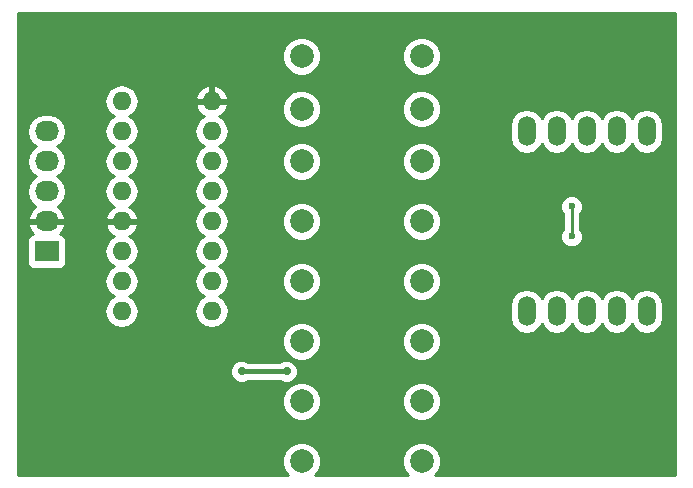
<source format=gbl>
G04 #@! TF.FileFunction,Copper,L2,Bot,Signal*
%FSLAX46Y46*%
G04 Gerber Fmt 4.6, Leading zero omitted, Abs format (unit mm)*
G04 Created by KiCad (PCBNEW 4.0.1-stable) date 2016 September 03, Saturday 14:10:29*
%MOMM*%
G01*
G04 APERTURE LIST*
%ADD10C,0.100000*%
%ADD11R,2.032000X1.727200*%
%ADD12O,2.032000X1.727200*%
%ADD13C,1.998980*%
%ADD14O,1.524000X2.524000*%
%ADD15O,1.600000X1.600000*%
%ADD16C,0.700000*%
%ADD17C,0.600000*%
%ADD18C,0.400000*%
%ADD19C,0.250000*%
%ADD20C,0.254000*%
G04 APERTURE END LIST*
D10*
D11*
X113030000Y-106680000D03*
D12*
X113030000Y-104140000D03*
X113030000Y-101600000D03*
X113030000Y-99060000D03*
X113030000Y-96520000D03*
D13*
X134620000Y-90170000D03*
X144780000Y-90170000D03*
X134620000Y-94615000D03*
X144780000Y-94615000D03*
X134620000Y-99060000D03*
X144780000Y-99060000D03*
X134620000Y-109220000D03*
X144780000Y-109220000D03*
X134620000Y-114300000D03*
X144780000Y-114300000D03*
X134620000Y-119380000D03*
X144780000Y-119380000D03*
X134620000Y-124460000D03*
X144780000Y-124460000D03*
X134620000Y-104140000D03*
X144780000Y-104140000D03*
D14*
X153670000Y-111760000D03*
X156210000Y-111760000D03*
X158750000Y-111760000D03*
X161290000Y-111760000D03*
X163830000Y-111760000D03*
X163830000Y-96520000D03*
X161290000Y-96520000D03*
X158750000Y-96520000D03*
X156210000Y-96520000D03*
X153670000Y-96520000D03*
D15*
X127000000Y-111760000D03*
X127000000Y-109220000D03*
X127000000Y-106680000D03*
X127000000Y-104140000D03*
X127000000Y-101600000D03*
X127000000Y-99060000D03*
X127000000Y-96520000D03*
X127000000Y-93980000D03*
X119380000Y-93980000D03*
X119380000Y-96520000D03*
X119380000Y-99060000D03*
X119380000Y-101600000D03*
X119380000Y-104140000D03*
X119380000Y-106680000D03*
X119380000Y-109220000D03*
X119380000Y-111760000D03*
D16*
X129540000Y-116840000D03*
X133350000Y-116840000D03*
D17*
X157480000Y-105410000D03*
X157480000Y-102870000D03*
D18*
X133350000Y-116840000D02*
X129540000Y-116840000D01*
X127000000Y-93980000D02*
X124460000Y-93980000D01*
X121920000Y-104140000D02*
X119380000Y-104140000D01*
X123190000Y-102870000D02*
X121920000Y-104140000D01*
X123190000Y-95250000D02*
X123190000Y-102870000D01*
X124460000Y-93980000D02*
X123190000Y-95250000D01*
X119380000Y-104140000D02*
X113030000Y-104140000D01*
D19*
X157480000Y-102870000D02*
X157480000Y-105410000D01*
D20*
G36*
X166243000Y-125603000D02*
X145948542Y-125603000D01*
X146164846Y-125387073D01*
X146414206Y-124786547D01*
X146414774Y-124136306D01*
X146166462Y-123535345D01*
X145707073Y-123075154D01*
X145106547Y-122825794D01*
X144456306Y-122825226D01*
X143855345Y-123073538D01*
X143395154Y-123532927D01*
X143145794Y-124133453D01*
X143145226Y-124783694D01*
X143393538Y-125384655D01*
X143611502Y-125603000D01*
X135788542Y-125603000D01*
X136004846Y-125387073D01*
X136254206Y-124786547D01*
X136254774Y-124136306D01*
X136006462Y-123535345D01*
X135547073Y-123075154D01*
X134946547Y-122825794D01*
X134296306Y-122825226D01*
X133695345Y-123073538D01*
X133235154Y-123532927D01*
X132985794Y-124133453D01*
X132985226Y-124783694D01*
X133233538Y-125384655D01*
X133451502Y-125603000D01*
X110617000Y-125603000D01*
X110617000Y-119703694D01*
X132985226Y-119703694D01*
X133233538Y-120304655D01*
X133692927Y-120764846D01*
X134293453Y-121014206D01*
X134943694Y-121014774D01*
X135544655Y-120766462D01*
X136004846Y-120307073D01*
X136254206Y-119706547D01*
X136254208Y-119703694D01*
X143145226Y-119703694D01*
X143393538Y-120304655D01*
X143852927Y-120764846D01*
X144453453Y-121014206D01*
X145103694Y-121014774D01*
X145704655Y-120766462D01*
X146164846Y-120307073D01*
X146414206Y-119706547D01*
X146414774Y-119056306D01*
X146166462Y-118455345D01*
X145707073Y-117995154D01*
X145106547Y-117745794D01*
X144456306Y-117745226D01*
X143855345Y-117993538D01*
X143395154Y-118452927D01*
X143145794Y-119053453D01*
X143145226Y-119703694D01*
X136254208Y-119703694D01*
X136254774Y-119056306D01*
X136006462Y-118455345D01*
X135547073Y-117995154D01*
X134946547Y-117745794D01*
X134296306Y-117745226D01*
X133695345Y-117993538D01*
X133235154Y-118452927D01*
X132985794Y-119053453D01*
X132985226Y-119703694D01*
X110617000Y-119703694D01*
X110617000Y-117035069D01*
X128554830Y-117035069D01*
X128704471Y-117397229D01*
X128981314Y-117674555D01*
X129343212Y-117824828D01*
X129735069Y-117825170D01*
X130097229Y-117675529D01*
X130097759Y-117675000D01*
X132792386Y-117675000D01*
X133153212Y-117824828D01*
X133545069Y-117825170D01*
X133907229Y-117675529D01*
X134184555Y-117398686D01*
X134334828Y-117036788D01*
X134335170Y-116644931D01*
X134185529Y-116282771D01*
X133908686Y-116005445D01*
X133546788Y-115855172D01*
X133154931Y-115854830D01*
X132792771Y-116004471D01*
X132792241Y-116005000D01*
X130097614Y-116005000D01*
X129736788Y-115855172D01*
X129344931Y-115854830D01*
X128982771Y-116004471D01*
X128705445Y-116281314D01*
X128555172Y-116643212D01*
X128554830Y-117035069D01*
X110617000Y-117035069D01*
X110617000Y-114623694D01*
X132985226Y-114623694D01*
X133233538Y-115224655D01*
X133692927Y-115684846D01*
X134293453Y-115934206D01*
X134943694Y-115934774D01*
X135544655Y-115686462D01*
X136004846Y-115227073D01*
X136254206Y-114626547D01*
X136254208Y-114623694D01*
X143145226Y-114623694D01*
X143393538Y-115224655D01*
X143852927Y-115684846D01*
X144453453Y-115934206D01*
X145103694Y-115934774D01*
X145704655Y-115686462D01*
X146164846Y-115227073D01*
X146414206Y-114626547D01*
X146414774Y-113976306D01*
X146166462Y-113375345D01*
X145707073Y-112915154D01*
X145106547Y-112665794D01*
X144456306Y-112665226D01*
X143855345Y-112913538D01*
X143395154Y-113372927D01*
X143145794Y-113973453D01*
X143145226Y-114623694D01*
X136254208Y-114623694D01*
X136254774Y-113976306D01*
X136006462Y-113375345D01*
X135547073Y-112915154D01*
X134946547Y-112665794D01*
X134296306Y-112665226D01*
X133695345Y-112913538D01*
X133235154Y-113372927D01*
X132985794Y-113973453D01*
X132985226Y-114623694D01*
X110617000Y-114623694D01*
X110617000Y-105816400D01*
X111366560Y-105816400D01*
X111366560Y-107543600D01*
X111410838Y-107778917D01*
X111549910Y-107995041D01*
X111762110Y-108140031D01*
X112014000Y-108191040D01*
X114046000Y-108191040D01*
X114281317Y-108146762D01*
X114497441Y-108007690D01*
X114642431Y-107795490D01*
X114693440Y-107543600D01*
X114693440Y-106680000D01*
X117916887Y-106680000D01*
X118026120Y-107229151D01*
X118337189Y-107694698D01*
X118719275Y-107950000D01*
X118337189Y-108205302D01*
X118026120Y-108670849D01*
X117916887Y-109220000D01*
X118026120Y-109769151D01*
X118337189Y-110234698D01*
X118719275Y-110490000D01*
X118337189Y-110745302D01*
X118026120Y-111210849D01*
X117916887Y-111760000D01*
X118026120Y-112309151D01*
X118337189Y-112774698D01*
X118802736Y-113085767D01*
X119351887Y-113195000D01*
X119408113Y-113195000D01*
X119957264Y-113085767D01*
X120422811Y-112774698D01*
X120733880Y-112309151D01*
X120843113Y-111760000D01*
X120733880Y-111210849D01*
X120422811Y-110745302D01*
X120040725Y-110490000D01*
X120422811Y-110234698D01*
X120733880Y-109769151D01*
X120843113Y-109220000D01*
X120733880Y-108670849D01*
X120422811Y-108205302D01*
X120040725Y-107950000D01*
X120422811Y-107694698D01*
X120733880Y-107229151D01*
X120843113Y-106680000D01*
X120733880Y-106130849D01*
X120422811Y-105665302D01*
X120018297Y-105395014D01*
X120235134Y-105292389D01*
X120611041Y-104877423D01*
X120771904Y-104489039D01*
X120649915Y-104267000D01*
X119507000Y-104267000D01*
X119507000Y-104287000D01*
X119253000Y-104287000D01*
X119253000Y-104267000D01*
X118110085Y-104267000D01*
X117988096Y-104489039D01*
X118148959Y-104877423D01*
X118524866Y-105292389D01*
X118741703Y-105395014D01*
X118337189Y-105665302D01*
X118026120Y-106130849D01*
X117916887Y-106680000D01*
X114693440Y-106680000D01*
X114693440Y-105816400D01*
X114649162Y-105581083D01*
X114510090Y-105364959D01*
X114297890Y-105219969D01*
X114203073Y-105200768D01*
X114380732Y-105042036D01*
X114634709Y-104514791D01*
X114637358Y-104499026D01*
X114516217Y-104267000D01*
X113157000Y-104267000D01*
X113157000Y-104287000D01*
X112903000Y-104287000D01*
X112903000Y-104267000D01*
X111543783Y-104267000D01*
X111422642Y-104499026D01*
X111425291Y-104514791D01*
X111679268Y-105042036D01*
X111854845Y-105198907D01*
X111778683Y-105213238D01*
X111562559Y-105352310D01*
X111417569Y-105564510D01*
X111366560Y-105816400D01*
X110617000Y-105816400D01*
X110617000Y-96520000D01*
X111346655Y-96520000D01*
X111460729Y-97093489D01*
X111785585Y-97579670D01*
X112100366Y-97790000D01*
X111785585Y-98000330D01*
X111460729Y-98486511D01*
X111346655Y-99060000D01*
X111460729Y-99633489D01*
X111785585Y-100119670D01*
X112100366Y-100330000D01*
X111785585Y-100540330D01*
X111460729Y-101026511D01*
X111346655Y-101600000D01*
X111460729Y-102173489D01*
X111785585Y-102659670D01*
X112095069Y-102866461D01*
X111679268Y-103237964D01*
X111425291Y-103765209D01*
X111422642Y-103780974D01*
X111543783Y-104013000D01*
X112903000Y-104013000D01*
X112903000Y-103993000D01*
X113157000Y-103993000D01*
X113157000Y-104013000D01*
X114516217Y-104013000D01*
X114637358Y-103780974D01*
X114634709Y-103765209D01*
X114380732Y-103237964D01*
X113964931Y-102866461D01*
X114274415Y-102659670D01*
X114599271Y-102173489D01*
X114713345Y-101600000D01*
X114599271Y-101026511D01*
X114274415Y-100540330D01*
X113959634Y-100330000D01*
X114274415Y-100119670D01*
X114599271Y-99633489D01*
X114713345Y-99060000D01*
X114599271Y-98486511D01*
X114274415Y-98000330D01*
X113959634Y-97790000D01*
X114274415Y-97579670D01*
X114599271Y-97093489D01*
X114713345Y-96520000D01*
X114599271Y-95946511D01*
X114274415Y-95460330D01*
X113788234Y-95135474D01*
X113214745Y-95021400D01*
X112845255Y-95021400D01*
X112271766Y-95135474D01*
X111785585Y-95460330D01*
X111460729Y-95946511D01*
X111346655Y-96520000D01*
X110617000Y-96520000D01*
X110617000Y-93980000D01*
X117916887Y-93980000D01*
X118026120Y-94529151D01*
X118337189Y-94994698D01*
X118719275Y-95250000D01*
X118337189Y-95505302D01*
X118026120Y-95970849D01*
X117916887Y-96520000D01*
X118026120Y-97069151D01*
X118337189Y-97534698D01*
X118719275Y-97790000D01*
X118337189Y-98045302D01*
X118026120Y-98510849D01*
X117916887Y-99060000D01*
X118026120Y-99609151D01*
X118337189Y-100074698D01*
X118719275Y-100330000D01*
X118337189Y-100585302D01*
X118026120Y-101050849D01*
X117916887Y-101600000D01*
X118026120Y-102149151D01*
X118337189Y-102614698D01*
X118741703Y-102884986D01*
X118524866Y-102987611D01*
X118148959Y-103402577D01*
X117988096Y-103790961D01*
X118110085Y-104013000D01*
X119253000Y-104013000D01*
X119253000Y-103993000D01*
X119507000Y-103993000D01*
X119507000Y-104013000D01*
X120649915Y-104013000D01*
X120771904Y-103790961D01*
X120611041Y-103402577D01*
X120235134Y-102987611D01*
X120018297Y-102884986D01*
X120422811Y-102614698D01*
X120733880Y-102149151D01*
X120843113Y-101600000D01*
X120733880Y-101050849D01*
X120422811Y-100585302D01*
X120040725Y-100330000D01*
X120422811Y-100074698D01*
X120733880Y-99609151D01*
X120843113Y-99060000D01*
X120733880Y-98510849D01*
X120422811Y-98045302D01*
X120040725Y-97790000D01*
X120422811Y-97534698D01*
X120733880Y-97069151D01*
X120843113Y-96520000D01*
X125536887Y-96520000D01*
X125646120Y-97069151D01*
X125957189Y-97534698D01*
X126339275Y-97790000D01*
X125957189Y-98045302D01*
X125646120Y-98510849D01*
X125536887Y-99060000D01*
X125646120Y-99609151D01*
X125957189Y-100074698D01*
X126339275Y-100330000D01*
X125957189Y-100585302D01*
X125646120Y-101050849D01*
X125536887Y-101600000D01*
X125646120Y-102149151D01*
X125957189Y-102614698D01*
X126339275Y-102870000D01*
X125957189Y-103125302D01*
X125646120Y-103590849D01*
X125536887Y-104140000D01*
X125646120Y-104689151D01*
X125957189Y-105154698D01*
X126339275Y-105410000D01*
X125957189Y-105665302D01*
X125646120Y-106130849D01*
X125536887Y-106680000D01*
X125646120Y-107229151D01*
X125957189Y-107694698D01*
X126339275Y-107950000D01*
X125957189Y-108205302D01*
X125646120Y-108670849D01*
X125536887Y-109220000D01*
X125646120Y-109769151D01*
X125957189Y-110234698D01*
X126339275Y-110490000D01*
X125957189Y-110745302D01*
X125646120Y-111210849D01*
X125536887Y-111760000D01*
X125646120Y-112309151D01*
X125957189Y-112774698D01*
X126422736Y-113085767D01*
X126971887Y-113195000D01*
X127028113Y-113195000D01*
X127577264Y-113085767D01*
X128042811Y-112774698D01*
X128353880Y-112309151D01*
X128463113Y-111760000D01*
X128356265Y-111222836D01*
X152273000Y-111222836D01*
X152273000Y-112297164D01*
X152379340Y-112831773D01*
X152682172Y-113284992D01*
X153135391Y-113587824D01*
X153670000Y-113694164D01*
X154204609Y-113587824D01*
X154657828Y-113284992D01*
X154940000Y-112862693D01*
X155222172Y-113284992D01*
X155675391Y-113587824D01*
X156210000Y-113694164D01*
X156744609Y-113587824D01*
X157197828Y-113284992D01*
X157480000Y-112862693D01*
X157762172Y-113284992D01*
X158215391Y-113587824D01*
X158750000Y-113694164D01*
X159284609Y-113587824D01*
X159737828Y-113284992D01*
X160020000Y-112862693D01*
X160302172Y-113284992D01*
X160755391Y-113587824D01*
X161290000Y-113694164D01*
X161824609Y-113587824D01*
X162277828Y-113284992D01*
X162560000Y-112862693D01*
X162842172Y-113284992D01*
X163295391Y-113587824D01*
X163830000Y-113694164D01*
X164364609Y-113587824D01*
X164817828Y-113284992D01*
X165120660Y-112831773D01*
X165227000Y-112297164D01*
X165227000Y-111222836D01*
X165120660Y-110688227D01*
X164817828Y-110235008D01*
X164364609Y-109932176D01*
X163830000Y-109825836D01*
X163295391Y-109932176D01*
X162842172Y-110235008D01*
X162560000Y-110657307D01*
X162277828Y-110235008D01*
X161824609Y-109932176D01*
X161290000Y-109825836D01*
X160755391Y-109932176D01*
X160302172Y-110235008D01*
X160020000Y-110657307D01*
X159737828Y-110235008D01*
X159284609Y-109932176D01*
X158750000Y-109825836D01*
X158215391Y-109932176D01*
X157762172Y-110235008D01*
X157480000Y-110657307D01*
X157197828Y-110235008D01*
X156744609Y-109932176D01*
X156210000Y-109825836D01*
X155675391Y-109932176D01*
X155222172Y-110235008D01*
X154940000Y-110657307D01*
X154657828Y-110235008D01*
X154204609Y-109932176D01*
X153670000Y-109825836D01*
X153135391Y-109932176D01*
X152682172Y-110235008D01*
X152379340Y-110688227D01*
X152273000Y-111222836D01*
X128356265Y-111222836D01*
X128353880Y-111210849D01*
X128042811Y-110745302D01*
X127660725Y-110490000D01*
X128042811Y-110234698D01*
X128353880Y-109769151D01*
X128398726Y-109543694D01*
X132985226Y-109543694D01*
X133233538Y-110144655D01*
X133692927Y-110604846D01*
X134293453Y-110854206D01*
X134943694Y-110854774D01*
X135544655Y-110606462D01*
X136004846Y-110147073D01*
X136254206Y-109546547D01*
X136254208Y-109543694D01*
X143145226Y-109543694D01*
X143393538Y-110144655D01*
X143852927Y-110604846D01*
X144453453Y-110854206D01*
X145103694Y-110854774D01*
X145704655Y-110606462D01*
X146164846Y-110147073D01*
X146414206Y-109546547D01*
X146414774Y-108896306D01*
X146166462Y-108295345D01*
X145707073Y-107835154D01*
X145106547Y-107585794D01*
X144456306Y-107585226D01*
X143855345Y-107833538D01*
X143395154Y-108292927D01*
X143145794Y-108893453D01*
X143145226Y-109543694D01*
X136254208Y-109543694D01*
X136254774Y-108896306D01*
X136006462Y-108295345D01*
X135547073Y-107835154D01*
X134946547Y-107585794D01*
X134296306Y-107585226D01*
X133695345Y-107833538D01*
X133235154Y-108292927D01*
X132985794Y-108893453D01*
X132985226Y-109543694D01*
X128398726Y-109543694D01*
X128463113Y-109220000D01*
X128353880Y-108670849D01*
X128042811Y-108205302D01*
X127660725Y-107950000D01*
X128042811Y-107694698D01*
X128353880Y-107229151D01*
X128463113Y-106680000D01*
X128353880Y-106130849D01*
X128042811Y-105665302D01*
X127660725Y-105410000D01*
X128042811Y-105154698D01*
X128353880Y-104689151D01*
X128398726Y-104463694D01*
X132985226Y-104463694D01*
X133233538Y-105064655D01*
X133692927Y-105524846D01*
X134293453Y-105774206D01*
X134943694Y-105774774D01*
X135544655Y-105526462D01*
X136004846Y-105067073D01*
X136254206Y-104466547D01*
X136254208Y-104463694D01*
X143145226Y-104463694D01*
X143393538Y-105064655D01*
X143852927Y-105524846D01*
X144453453Y-105774206D01*
X145103694Y-105774774D01*
X145704655Y-105526462D01*
X146164846Y-105067073D01*
X146414206Y-104466547D01*
X146414774Y-103816306D01*
X146166462Y-103215345D01*
X146006564Y-103055167D01*
X156544838Y-103055167D01*
X156686883Y-103398943D01*
X156720000Y-103432118D01*
X156720000Y-104847537D01*
X156687808Y-104879673D01*
X156545162Y-105223201D01*
X156544838Y-105595167D01*
X156686883Y-105938943D01*
X156949673Y-106202192D01*
X157293201Y-106344838D01*
X157665167Y-106345162D01*
X158008943Y-106203117D01*
X158272192Y-105940327D01*
X158414838Y-105596799D01*
X158415162Y-105224833D01*
X158273117Y-104881057D01*
X158240000Y-104847882D01*
X158240000Y-103432463D01*
X158272192Y-103400327D01*
X158414838Y-103056799D01*
X158415162Y-102684833D01*
X158273117Y-102341057D01*
X158010327Y-102077808D01*
X157666799Y-101935162D01*
X157294833Y-101934838D01*
X156951057Y-102076883D01*
X156687808Y-102339673D01*
X156545162Y-102683201D01*
X156544838Y-103055167D01*
X146006564Y-103055167D01*
X145707073Y-102755154D01*
X145106547Y-102505794D01*
X144456306Y-102505226D01*
X143855345Y-102753538D01*
X143395154Y-103212927D01*
X143145794Y-103813453D01*
X143145226Y-104463694D01*
X136254208Y-104463694D01*
X136254774Y-103816306D01*
X136006462Y-103215345D01*
X135547073Y-102755154D01*
X134946547Y-102505794D01*
X134296306Y-102505226D01*
X133695345Y-102753538D01*
X133235154Y-103212927D01*
X132985794Y-103813453D01*
X132985226Y-104463694D01*
X128398726Y-104463694D01*
X128463113Y-104140000D01*
X128353880Y-103590849D01*
X128042811Y-103125302D01*
X127660725Y-102870000D01*
X128042811Y-102614698D01*
X128353880Y-102149151D01*
X128463113Y-101600000D01*
X128353880Y-101050849D01*
X128042811Y-100585302D01*
X127660725Y-100330000D01*
X128042811Y-100074698D01*
X128353880Y-99609151D01*
X128398726Y-99383694D01*
X132985226Y-99383694D01*
X133233538Y-99984655D01*
X133692927Y-100444846D01*
X134293453Y-100694206D01*
X134943694Y-100694774D01*
X135544655Y-100446462D01*
X136004846Y-99987073D01*
X136254206Y-99386547D01*
X136254208Y-99383694D01*
X143145226Y-99383694D01*
X143393538Y-99984655D01*
X143852927Y-100444846D01*
X144453453Y-100694206D01*
X145103694Y-100694774D01*
X145704655Y-100446462D01*
X146164846Y-99987073D01*
X146414206Y-99386547D01*
X146414774Y-98736306D01*
X146166462Y-98135345D01*
X145707073Y-97675154D01*
X145106547Y-97425794D01*
X144456306Y-97425226D01*
X143855345Y-97673538D01*
X143395154Y-98132927D01*
X143145794Y-98733453D01*
X143145226Y-99383694D01*
X136254208Y-99383694D01*
X136254774Y-98736306D01*
X136006462Y-98135345D01*
X135547073Y-97675154D01*
X134946547Y-97425794D01*
X134296306Y-97425226D01*
X133695345Y-97673538D01*
X133235154Y-98132927D01*
X132985794Y-98733453D01*
X132985226Y-99383694D01*
X128398726Y-99383694D01*
X128463113Y-99060000D01*
X128353880Y-98510849D01*
X128042811Y-98045302D01*
X127660725Y-97790000D01*
X128042811Y-97534698D01*
X128353880Y-97069151D01*
X128463113Y-96520000D01*
X128353880Y-95970849D01*
X128042811Y-95505302D01*
X127638297Y-95235014D01*
X127855134Y-95132389D01*
X128030597Y-94938694D01*
X132985226Y-94938694D01*
X133233538Y-95539655D01*
X133692927Y-95999846D01*
X134293453Y-96249206D01*
X134943694Y-96249774D01*
X135544655Y-96001462D01*
X136004846Y-95542073D01*
X136254206Y-94941547D01*
X136254208Y-94938694D01*
X143145226Y-94938694D01*
X143393538Y-95539655D01*
X143852927Y-95999846D01*
X144453453Y-96249206D01*
X145103694Y-96249774D01*
X145704655Y-96001462D01*
X145723313Y-95982836D01*
X152273000Y-95982836D01*
X152273000Y-97057164D01*
X152379340Y-97591773D01*
X152682172Y-98044992D01*
X153135391Y-98347824D01*
X153670000Y-98454164D01*
X154204609Y-98347824D01*
X154657828Y-98044992D01*
X154940000Y-97622693D01*
X155222172Y-98044992D01*
X155675391Y-98347824D01*
X156210000Y-98454164D01*
X156744609Y-98347824D01*
X157197828Y-98044992D01*
X157480000Y-97622693D01*
X157762172Y-98044992D01*
X158215391Y-98347824D01*
X158750000Y-98454164D01*
X159284609Y-98347824D01*
X159737828Y-98044992D01*
X160020000Y-97622693D01*
X160302172Y-98044992D01*
X160755391Y-98347824D01*
X161290000Y-98454164D01*
X161824609Y-98347824D01*
X162277828Y-98044992D01*
X162560000Y-97622693D01*
X162842172Y-98044992D01*
X163295391Y-98347824D01*
X163830000Y-98454164D01*
X164364609Y-98347824D01*
X164817828Y-98044992D01*
X165120660Y-97591773D01*
X165227000Y-97057164D01*
X165227000Y-95982836D01*
X165120660Y-95448227D01*
X164817828Y-94995008D01*
X164364609Y-94692176D01*
X163830000Y-94585836D01*
X163295391Y-94692176D01*
X162842172Y-94995008D01*
X162560000Y-95417307D01*
X162277828Y-94995008D01*
X161824609Y-94692176D01*
X161290000Y-94585836D01*
X160755391Y-94692176D01*
X160302172Y-94995008D01*
X160020000Y-95417307D01*
X159737828Y-94995008D01*
X159284609Y-94692176D01*
X158750000Y-94585836D01*
X158215391Y-94692176D01*
X157762172Y-94995008D01*
X157480000Y-95417307D01*
X157197828Y-94995008D01*
X156744609Y-94692176D01*
X156210000Y-94585836D01*
X155675391Y-94692176D01*
X155222172Y-94995008D01*
X154940000Y-95417307D01*
X154657828Y-94995008D01*
X154204609Y-94692176D01*
X153670000Y-94585836D01*
X153135391Y-94692176D01*
X152682172Y-94995008D01*
X152379340Y-95448227D01*
X152273000Y-95982836D01*
X145723313Y-95982836D01*
X146164846Y-95542073D01*
X146414206Y-94941547D01*
X146414774Y-94291306D01*
X146166462Y-93690345D01*
X145707073Y-93230154D01*
X145106547Y-92980794D01*
X144456306Y-92980226D01*
X143855345Y-93228538D01*
X143395154Y-93687927D01*
X143145794Y-94288453D01*
X143145226Y-94938694D01*
X136254208Y-94938694D01*
X136254774Y-94291306D01*
X136006462Y-93690345D01*
X135547073Y-93230154D01*
X134946547Y-92980794D01*
X134296306Y-92980226D01*
X133695345Y-93228538D01*
X133235154Y-93687927D01*
X132985794Y-94288453D01*
X132985226Y-94938694D01*
X128030597Y-94938694D01*
X128231041Y-94717423D01*
X128391904Y-94329039D01*
X128269915Y-94107000D01*
X127127000Y-94107000D01*
X127127000Y-94127000D01*
X126873000Y-94127000D01*
X126873000Y-94107000D01*
X125730085Y-94107000D01*
X125608096Y-94329039D01*
X125768959Y-94717423D01*
X126144866Y-95132389D01*
X126361703Y-95235014D01*
X125957189Y-95505302D01*
X125646120Y-95970849D01*
X125536887Y-96520000D01*
X120843113Y-96520000D01*
X120733880Y-95970849D01*
X120422811Y-95505302D01*
X120040725Y-95250000D01*
X120422811Y-94994698D01*
X120733880Y-94529151D01*
X120843113Y-93980000D01*
X120773685Y-93630961D01*
X125608096Y-93630961D01*
X125730085Y-93853000D01*
X126873000Y-93853000D01*
X126873000Y-92709371D01*
X127127000Y-92709371D01*
X127127000Y-93853000D01*
X128269915Y-93853000D01*
X128391904Y-93630961D01*
X128231041Y-93242577D01*
X127855134Y-92827611D01*
X127349041Y-92588086D01*
X127127000Y-92709371D01*
X126873000Y-92709371D01*
X126650959Y-92588086D01*
X126144866Y-92827611D01*
X125768959Y-93242577D01*
X125608096Y-93630961D01*
X120773685Y-93630961D01*
X120733880Y-93430849D01*
X120422811Y-92965302D01*
X119957264Y-92654233D01*
X119408113Y-92545000D01*
X119351887Y-92545000D01*
X118802736Y-92654233D01*
X118337189Y-92965302D01*
X118026120Y-93430849D01*
X117916887Y-93980000D01*
X110617000Y-93980000D01*
X110617000Y-90493694D01*
X132985226Y-90493694D01*
X133233538Y-91094655D01*
X133692927Y-91554846D01*
X134293453Y-91804206D01*
X134943694Y-91804774D01*
X135544655Y-91556462D01*
X136004846Y-91097073D01*
X136254206Y-90496547D01*
X136254208Y-90493694D01*
X143145226Y-90493694D01*
X143393538Y-91094655D01*
X143852927Y-91554846D01*
X144453453Y-91804206D01*
X145103694Y-91804774D01*
X145704655Y-91556462D01*
X146164846Y-91097073D01*
X146414206Y-90496547D01*
X146414774Y-89846306D01*
X146166462Y-89245345D01*
X145707073Y-88785154D01*
X145106547Y-88535794D01*
X144456306Y-88535226D01*
X143855345Y-88783538D01*
X143395154Y-89242927D01*
X143145794Y-89843453D01*
X143145226Y-90493694D01*
X136254208Y-90493694D01*
X136254774Y-89846306D01*
X136006462Y-89245345D01*
X135547073Y-88785154D01*
X134946547Y-88535794D01*
X134296306Y-88535226D01*
X133695345Y-88783538D01*
X133235154Y-89242927D01*
X132985794Y-89843453D01*
X132985226Y-90493694D01*
X110617000Y-90493694D01*
X110617000Y-86487000D01*
X166243000Y-86487000D01*
X166243000Y-125603000D01*
X166243000Y-125603000D01*
G37*
X166243000Y-125603000D02*
X145948542Y-125603000D01*
X146164846Y-125387073D01*
X146414206Y-124786547D01*
X146414774Y-124136306D01*
X146166462Y-123535345D01*
X145707073Y-123075154D01*
X145106547Y-122825794D01*
X144456306Y-122825226D01*
X143855345Y-123073538D01*
X143395154Y-123532927D01*
X143145794Y-124133453D01*
X143145226Y-124783694D01*
X143393538Y-125384655D01*
X143611502Y-125603000D01*
X135788542Y-125603000D01*
X136004846Y-125387073D01*
X136254206Y-124786547D01*
X136254774Y-124136306D01*
X136006462Y-123535345D01*
X135547073Y-123075154D01*
X134946547Y-122825794D01*
X134296306Y-122825226D01*
X133695345Y-123073538D01*
X133235154Y-123532927D01*
X132985794Y-124133453D01*
X132985226Y-124783694D01*
X133233538Y-125384655D01*
X133451502Y-125603000D01*
X110617000Y-125603000D01*
X110617000Y-119703694D01*
X132985226Y-119703694D01*
X133233538Y-120304655D01*
X133692927Y-120764846D01*
X134293453Y-121014206D01*
X134943694Y-121014774D01*
X135544655Y-120766462D01*
X136004846Y-120307073D01*
X136254206Y-119706547D01*
X136254208Y-119703694D01*
X143145226Y-119703694D01*
X143393538Y-120304655D01*
X143852927Y-120764846D01*
X144453453Y-121014206D01*
X145103694Y-121014774D01*
X145704655Y-120766462D01*
X146164846Y-120307073D01*
X146414206Y-119706547D01*
X146414774Y-119056306D01*
X146166462Y-118455345D01*
X145707073Y-117995154D01*
X145106547Y-117745794D01*
X144456306Y-117745226D01*
X143855345Y-117993538D01*
X143395154Y-118452927D01*
X143145794Y-119053453D01*
X143145226Y-119703694D01*
X136254208Y-119703694D01*
X136254774Y-119056306D01*
X136006462Y-118455345D01*
X135547073Y-117995154D01*
X134946547Y-117745794D01*
X134296306Y-117745226D01*
X133695345Y-117993538D01*
X133235154Y-118452927D01*
X132985794Y-119053453D01*
X132985226Y-119703694D01*
X110617000Y-119703694D01*
X110617000Y-117035069D01*
X128554830Y-117035069D01*
X128704471Y-117397229D01*
X128981314Y-117674555D01*
X129343212Y-117824828D01*
X129735069Y-117825170D01*
X130097229Y-117675529D01*
X130097759Y-117675000D01*
X132792386Y-117675000D01*
X133153212Y-117824828D01*
X133545069Y-117825170D01*
X133907229Y-117675529D01*
X134184555Y-117398686D01*
X134334828Y-117036788D01*
X134335170Y-116644931D01*
X134185529Y-116282771D01*
X133908686Y-116005445D01*
X133546788Y-115855172D01*
X133154931Y-115854830D01*
X132792771Y-116004471D01*
X132792241Y-116005000D01*
X130097614Y-116005000D01*
X129736788Y-115855172D01*
X129344931Y-115854830D01*
X128982771Y-116004471D01*
X128705445Y-116281314D01*
X128555172Y-116643212D01*
X128554830Y-117035069D01*
X110617000Y-117035069D01*
X110617000Y-114623694D01*
X132985226Y-114623694D01*
X133233538Y-115224655D01*
X133692927Y-115684846D01*
X134293453Y-115934206D01*
X134943694Y-115934774D01*
X135544655Y-115686462D01*
X136004846Y-115227073D01*
X136254206Y-114626547D01*
X136254208Y-114623694D01*
X143145226Y-114623694D01*
X143393538Y-115224655D01*
X143852927Y-115684846D01*
X144453453Y-115934206D01*
X145103694Y-115934774D01*
X145704655Y-115686462D01*
X146164846Y-115227073D01*
X146414206Y-114626547D01*
X146414774Y-113976306D01*
X146166462Y-113375345D01*
X145707073Y-112915154D01*
X145106547Y-112665794D01*
X144456306Y-112665226D01*
X143855345Y-112913538D01*
X143395154Y-113372927D01*
X143145794Y-113973453D01*
X143145226Y-114623694D01*
X136254208Y-114623694D01*
X136254774Y-113976306D01*
X136006462Y-113375345D01*
X135547073Y-112915154D01*
X134946547Y-112665794D01*
X134296306Y-112665226D01*
X133695345Y-112913538D01*
X133235154Y-113372927D01*
X132985794Y-113973453D01*
X132985226Y-114623694D01*
X110617000Y-114623694D01*
X110617000Y-105816400D01*
X111366560Y-105816400D01*
X111366560Y-107543600D01*
X111410838Y-107778917D01*
X111549910Y-107995041D01*
X111762110Y-108140031D01*
X112014000Y-108191040D01*
X114046000Y-108191040D01*
X114281317Y-108146762D01*
X114497441Y-108007690D01*
X114642431Y-107795490D01*
X114693440Y-107543600D01*
X114693440Y-106680000D01*
X117916887Y-106680000D01*
X118026120Y-107229151D01*
X118337189Y-107694698D01*
X118719275Y-107950000D01*
X118337189Y-108205302D01*
X118026120Y-108670849D01*
X117916887Y-109220000D01*
X118026120Y-109769151D01*
X118337189Y-110234698D01*
X118719275Y-110490000D01*
X118337189Y-110745302D01*
X118026120Y-111210849D01*
X117916887Y-111760000D01*
X118026120Y-112309151D01*
X118337189Y-112774698D01*
X118802736Y-113085767D01*
X119351887Y-113195000D01*
X119408113Y-113195000D01*
X119957264Y-113085767D01*
X120422811Y-112774698D01*
X120733880Y-112309151D01*
X120843113Y-111760000D01*
X120733880Y-111210849D01*
X120422811Y-110745302D01*
X120040725Y-110490000D01*
X120422811Y-110234698D01*
X120733880Y-109769151D01*
X120843113Y-109220000D01*
X120733880Y-108670849D01*
X120422811Y-108205302D01*
X120040725Y-107950000D01*
X120422811Y-107694698D01*
X120733880Y-107229151D01*
X120843113Y-106680000D01*
X120733880Y-106130849D01*
X120422811Y-105665302D01*
X120018297Y-105395014D01*
X120235134Y-105292389D01*
X120611041Y-104877423D01*
X120771904Y-104489039D01*
X120649915Y-104267000D01*
X119507000Y-104267000D01*
X119507000Y-104287000D01*
X119253000Y-104287000D01*
X119253000Y-104267000D01*
X118110085Y-104267000D01*
X117988096Y-104489039D01*
X118148959Y-104877423D01*
X118524866Y-105292389D01*
X118741703Y-105395014D01*
X118337189Y-105665302D01*
X118026120Y-106130849D01*
X117916887Y-106680000D01*
X114693440Y-106680000D01*
X114693440Y-105816400D01*
X114649162Y-105581083D01*
X114510090Y-105364959D01*
X114297890Y-105219969D01*
X114203073Y-105200768D01*
X114380732Y-105042036D01*
X114634709Y-104514791D01*
X114637358Y-104499026D01*
X114516217Y-104267000D01*
X113157000Y-104267000D01*
X113157000Y-104287000D01*
X112903000Y-104287000D01*
X112903000Y-104267000D01*
X111543783Y-104267000D01*
X111422642Y-104499026D01*
X111425291Y-104514791D01*
X111679268Y-105042036D01*
X111854845Y-105198907D01*
X111778683Y-105213238D01*
X111562559Y-105352310D01*
X111417569Y-105564510D01*
X111366560Y-105816400D01*
X110617000Y-105816400D01*
X110617000Y-96520000D01*
X111346655Y-96520000D01*
X111460729Y-97093489D01*
X111785585Y-97579670D01*
X112100366Y-97790000D01*
X111785585Y-98000330D01*
X111460729Y-98486511D01*
X111346655Y-99060000D01*
X111460729Y-99633489D01*
X111785585Y-100119670D01*
X112100366Y-100330000D01*
X111785585Y-100540330D01*
X111460729Y-101026511D01*
X111346655Y-101600000D01*
X111460729Y-102173489D01*
X111785585Y-102659670D01*
X112095069Y-102866461D01*
X111679268Y-103237964D01*
X111425291Y-103765209D01*
X111422642Y-103780974D01*
X111543783Y-104013000D01*
X112903000Y-104013000D01*
X112903000Y-103993000D01*
X113157000Y-103993000D01*
X113157000Y-104013000D01*
X114516217Y-104013000D01*
X114637358Y-103780974D01*
X114634709Y-103765209D01*
X114380732Y-103237964D01*
X113964931Y-102866461D01*
X114274415Y-102659670D01*
X114599271Y-102173489D01*
X114713345Y-101600000D01*
X114599271Y-101026511D01*
X114274415Y-100540330D01*
X113959634Y-100330000D01*
X114274415Y-100119670D01*
X114599271Y-99633489D01*
X114713345Y-99060000D01*
X114599271Y-98486511D01*
X114274415Y-98000330D01*
X113959634Y-97790000D01*
X114274415Y-97579670D01*
X114599271Y-97093489D01*
X114713345Y-96520000D01*
X114599271Y-95946511D01*
X114274415Y-95460330D01*
X113788234Y-95135474D01*
X113214745Y-95021400D01*
X112845255Y-95021400D01*
X112271766Y-95135474D01*
X111785585Y-95460330D01*
X111460729Y-95946511D01*
X111346655Y-96520000D01*
X110617000Y-96520000D01*
X110617000Y-93980000D01*
X117916887Y-93980000D01*
X118026120Y-94529151D01*
X118337189Y-94994698D01*
X118719275Y-95250000D01*
X118337189Y-95505302D01*
X118026120Y-95970849D01*
X117916887Y-96520000D01*
X118026120Y-97069151D01*
X118337189Y-97534698D01*
X118719275Y-97790000D01*
X118337189Y-98045302D01*
X118026120Y-98510849D01*
X117916887Y-99060000D01*
X118026120Y-99609151D01*
X118337189Y-100074698D01*
X118719275Y-100330000D01*
X118337189Y-100585302D01*
X118026120Y-101050849D01*
X117916887Y-101600000D01*
X118026120Y-102149151D01*
X118337189Y-102614698D01*
X118741703Y-102884986D01*
X118524866Y-102987611D01*
X118148959Y-103402577D01*
X117988096Y-103790961D01*
X118110085Y-104013000D01*
X119253000Y-104013000D01*
X119253000Y-103993000D01*
X119507000Y-103993000D01*
X119507000Y-104013000D01*
X120649915Y-104013000D01*
X120771904Y-103790961D01*
X120611041Y-103402577D01*
X120235134Y-102987611D01*
X120018297Y-102884986D01*
X120422811Y-102614698D01*
X120733880Y-102149151D01*
X120843113Y-101600000D01*
X120733880Y-101050849D01*
X120422811Y-100585302D01*
X120040725Y-100330000D01*
X120422811Y-100074698D01*
X120733880Y-99609151D01*
X120843113Y-99060000D01*
X120733880Y-98510849D01*
X120422811Y-98045302D01*
X120040725Y-97790000D01*
X120422811Y-97534698D01*
X120733880Y-97069151D01*
X120843113Y-96520000D01*
X125536887Y-96520000D01*
X125646120Y-97069151D01*
X125957189Y-97534698D01*
X126339275Y-97790000D01*
X125957189Y-98045302D01*
X125646120Y-98510849D01*
X125536887Y-99060000D01*
X125646120Y-99609151D01*
X125957189Y-100074698D01*
X126339275Y-100330000D01*
X125957189Y-100585302D01*
X125646120Y-101050849D01*
X125536887Y-101600000D01*
X125646120Y-102149151D01*
X125957189Y-102614698D01*
X126339275Y-102870000D01*
X125957189Y-103125302D01*
X125646120Y-103590849D01*
X125536887Y-104140000D01*
X125646120Y-104689151D01*
X125957189Y-105154698D01*
X126339275Y-105410000D01*
X125957189Y-105665302D01*
X125646120Y-106130849D01*
X125536887Y-106680000D01*
X125646120Y-107229151D01*
X125957189Y-107694698D01*
X126339275Y-107950000D01*
X125957189Y-108205302D01*
X125646120Y-108670849D01*
X125536887Y-109220000D01*
X125646120Y-109769151D01*
X125957189Y-110234698D01*
X126339275Y-110490000D01*
X125957189Y-110745302D01*
X125646120Y-111210849D01*
X125536887Y-111760000D01*
X125646120Y-112309151D01*
X125957189Y-112774698D01*
X126422736Y-113085767D01*
X126971887Y-113195000D01*
X127028113Y-113195000D01*
X127577264Y-113085767D01*
X128042811Y-112774698D01*
X128353880Y-112309151D01*
X128463113Y-111760000D01*
X128356265Y-111222836D01*
X152273000Y-111222836D01*
X152273000Y-112297164D01*
X152379340Y-112831773D01*
X152682172Y-113284992D01*
X153135391Y-113587824D01*
X153670000Y-113694164D01*
X154204609Y-113587824D01*
X154657828Y-113284992D01*
X154940000Y-112862693D01*
X155222172Y-113284992D01*
X155675391Y-113587824D01*
X156210000Y-113694164D01*
X156744609Y-113587824D01*
X157197828Y-113284992D01*
X157480000Y-112862693D01*
X157762172Y-113284992D01*
X158215391Y-113587824D01*
X158750000Y-113694164D01*
X159284609Y-113587824D01*
X159737828Y-113284992D01*
X160020000Y-112862693D01*
X160302172Y-113284992D01*
X160755391Y-113587824D01*
X161290000Y-113694164D01*
X161824609Y-113587824D01*
X162277828Y-113284992D01*
X162560000Y-112862693D01*
X162842172Y-113284992D01*
X163295391Y-113587824D01*
X163830000Y-113694164D01*
X164364609Y-113587824D01*
X164817828Y-113284992D01*
X165120660Y-112831773D01*
X165227000Y-112297164D01*
X165227000Y-111222836D01*
X165120660Y-110688227D01*
X164817828Y-110235008D01*
X164364609Y-109932176D01*
X163830000Y-109825836D01*
X163295391Y-109932176D01*
X162842172Y-110235008D01*
X162560000Y-110657307D01*
X162277828Y-110235008D01*
X161824609Y-109932176D01*
X161290000Y-109825836D01*
X160755391Y-109932176D01*
X160302172Y-110235008D01*
X160020000Y-110657307D01*
X159737828Y-110235008D01*
X159284609Y-109932176D01*
X158750000Y-109825836D01*
X158215391Y-109932176D01*
X157762172Y-110235008D01*
X157480000Y-110657307D01*
X157197828Y-110235008D01*
X156744609Y-109932176D01*
X156210000Y-109825836D01*
X155675391Y-109932176D01*
X155222172Y-110235008D01*
X154940000Y-110657307D01*
X154657828Y-110235008D01*
X154204609Y-109932176D01*
X153670000Y-109825836D01*
X153135391Y-109932176D01*
X152682172Y-110235008D01*
X152379340Y-110688227D01*
X152273000Y-111222836D01*
X128356265Y-111222836D01*
X128353880Y-111210849D01*
X128042811Y-110745302D01*
X127660725Y-110490000D01*
X128042811Y-110234698D01*
X128353880Y-109769151D01*
X128398726Y-109543694D01*
X132985226Y-109543694D01*
X133233538Y-110144655D01*
X133692927Y-110604846D01*
X134293453Y-110854206D01*
X134943694Y-110854774D01*
X135544655Y-110606462D01*
X136004846Y-110147073D01*
X136254206Y-109546547D01*
X136254208Y-109543694D01*
X143145226Y-109543694D01*
X143393538Y-110144655D01*
X143852927Y-110604846D01*
X144453453Y-110854206D01*
X145103694Y-110854774D01*
X145704655Y-110606462D01*
X146164846Y-110147073D01*
X146414206Y-109546547D01*
X146414774Y-108896306D01*
X146166462Y-108295345D01*
X145707073Y-107835154D01*
X145106547Y-107585794D01*
X144456306Y-107585226D01*
X143855345Y-107833538D01*
X143395154Y-108292927D01*
X143145794Y-108893453D01*
X143145226Y-109543694D01*
X136254208Y-109543694D01*
X136254774Y-108896306D01*
X136006462Y-108295345D01*
X135547073Y-107835154D01*
X134946547Y-107585794D01*
X134296306Y-107585226D01*
X133695345Y-107833538D01*
X133235154Y-108292927D01*
X132985794Y-108893453D01*
X132985226Y-109543694D01*
X128398726Y-109543694D01*
X128463113Y-109220000D01*
X128353880Y-108670849D01*
X128042811Y-108205302D01*
X127660725Y-107950000D01*
X128042811Y-107694698D01*
X128353880Y-107229151D01*
X128463113Y-106680000D01*
X128353880Y-106130849D01*
X128042811Y-105665302D01*
X127660725Y-105410000D01*
X128042811Y-105154698D01*
X128353880Y-104689151D01*
X128398726Y-104463694D01*
X132985226Y-104463694D01*
X133233538Y-105064655D01*
X133692927Y-105524846D01*
X134293453Y-105774206D01*
X134943694Y-105774774D01*
X135544655Y-105526462D01*
X136004846Y-105067073D01*
X136254206Y-104466547D01*
X136254208Y-104463694D01*
X143145226Y-104463694D01*
X143393538Y-105064655D01*
X143852927Y-105524846D01*
X144453453Y-105774206D01*
X145103694Y-105774774D01*
X145704655Y-105526462D01*
X146164846Y-105067073D01*
X146414206Y-104466547D01*
X146414774Y-103816306D01*
X146166462Y-103215345D01*
X146006564Y-103055167D01*
X156544838Y-103055167D01*
X156686883Y-103398943D01*
X156720000Y-103432118D01*
X156720000Y-104847537D01*
X156687808Y-104879673D01*
X156545162Y-105223201D01*
X156544838Y-105595167D01*
X156686883Y-105938943D01*
X156949673Y-106202192D01*
X157293201Y-106344838D01*
X157665167Y-106345162D01*
X158008943Y-106203117D01*
X158272192Y-105940327D01*
X158414838Y-105596799D01*
X158415162Y-105224833D01*
X158273117Y-104881057D01*
X158240000Y-104847882D01*
X158240000Y-103432463D01*
X158272192Y-103400327D01*
X158414838Y-103056799D01*
X158415162Y-102684833D01*
X158273117Y-102341057D01*
X158010327Y-102077808D01*
X157666799Y-101935162D01*
X157294833Y-101934838D01*
X156951057Y-102076883D01*
X156687808Y-102339673D01*
X156545162Y-102683201D01*
X156544838Y-103055167D01*
X146006564Y-103055167D01*
X145707073Y-102755154D01*
X145106547Y-102505794D01*
X144456306Y-102505226D01*
X143855345Y-102753538D01*
X143395154Y-103212927D01*
X143145794Y-103813453D01*
X143145226Y-104463694D01*
X136254208Y-104463694D01*
X136254774Y-103816306D01*
X136006462Y-103215345D01*
X135547073Y-102755154D01*
X134946547Y-102505794D01*
X134296306Y-102505226D01*
X133695345Y-102753538D01*
X133235154Y-103212927D01*
X132985794Y-103813453D01*
X132985226Y-104463694D01*
X128398726Y-104463694D01*
X128463113Y-104140000D01*
X128353880Y-103590849D01*
X128042811Y-103125302D01*
X127660725Y-102870000D01*
X128042811Y-102614698D01*
X128353880Y-102149151D01*
X128463113Y-101600000D01*
X128353880Y-101050849D01*
X128042811Y-100585302D01*
X127660725Y-100330000D01*
X128042811Y-100074698D01*
X128353880Y-99609151D01*
X128398726Y-99383694D01*
X132985226Y-99383694D01*
X133233538Y-99984655D01*
X133692927Y-100444846D01*
X134293453Y-100694206D01*
X134943694Y-100694774D01*
X135544655Y-100446462D01*
X136004846Y-99987073D01*
X136254206Y-99386547D01*
X136254208Y-99383694D01*
X143145226Y-99383694D01*
X143393538Y-99984655D01*
X143852927Y-100444846D01*
X144453453Y-100694206D01*
X145103694Y-100694774D01*
X145704655Y-100446462D01*
X146164846Y-99987073D01*
X146414206Y-99386547D01*
X146414774Y-98736306D01*
X146166462Y-98135345D01*
X145707073Y-97675154D01*
X145106547Y-97425794D01*
X144456306Y-97425226D01*
X143855345Y-97673538D01*
X143395154Y-98132927D01*
X143145794Y-98733453D01*
X143145226Y-99383694D01*
X136254208Y-99383694D01*
X136254774Y-98736306D01*
X136006462Y-98135345D01*
X135547073Y-97675154D01*
X134946547Y-97425794D01*
X134296306Y-97425226D01*
X133695345Y-97673538D01*
X133235154Y-98132927D01*
X132985794Y-98733453D01*
X132985226Y-99383694D01*
X128398726Y-99383694D01*
X128463113Y-99060000D01*
X128353880Y-98510849D01*
X128042811Y-98045302D01*
X127660725Y-97790000D01*
X128042811Y-97534698D01*
X128353880Y-97069151D01*
X128463113Y-96520000D01*
X128353880Y-95970849D01*
X128042811Y-95505302D01*
X127638297Y-95235014D01*
X127855134Y-95132389D01*
X128030597Y-94938694D01*
X132985226Y-94938694D01*
X133233538Y-95539655D01*
X133692927Y-95999846D01*
X134293453Y-96249206D01*
X134943694Y-96249774D01*
X135544655Y-96001462D01*
X136004846Y-95542073D01*
X136254206Y-94941547D01*
X136254208Y-94938694D01*
X143145226Y-94938694D01*
X143393538Y-95539655D01*
X143852927Y-95999846D01*
X144453453Y-96249206D01*
X145103694Y-96249774D01*
X145704655Y-96001462D01*
X145723313Y-95982836D01*
X152273000Y-95982836D01*
X152273000Y-97057164D01*
X152379340Y-97591773D01*
X152682172Y-98044992D01*
X153135391Y-98347824D01*
X153670000Y-98454164D01*
X154204609Y-98347824D01*
X154657828Y-98044992D01*
X154940000Y-97622693D01*
X155222172Y-98044992D01*
X155675391Y-98347824D01*
X156210000Y-98454164D01*
X156744609Y-98347824D01*
X157197828Y-98044992D01*
X157480000Y-97622693D01*
X157762172Y-98044992D01*
X158215391Y-98347824D01*
X158750000Y-98454164D01*
X159284609Y-98347824D01*
X159737828Y-98044992D01*
X160020000Y-97622693D01*
X160302172Y-98044992D01*
X160755391Y-98347824D01*
X161290000Y-98454164D01*
X161824609Y-98347824D01*
X162277828Y-98044992D01*
X162560000Y-97622693D01*
X162842172Y-98044992D01*
X163295391Y-98347824D01*
X163830000Y-98454164D01*
X164364609Y-98347824D01*
X164817828Y-98044992D01*
X165120660Y-97591773D01*
X165227000Y-97057164D01*
X165227000Y-95982836D01*
X165120660Y-95448227D01*
X164817828Y-94995008D01*
X164364609Y-94692176D01*
X163830000Y-94585836D01*
X163295391Y-94692176D01*
X162842172Y-94995008D01*
X162560000Y-95417307D01*
X162277828Y-94995008D01*
X161824609Y-94692176D01*
X161290000Y-94585836D01*
X160755391Y-94692176D01*
X160302172Y-94995008D01*
X160020000Y-95417307D01*
X159737828Y-94995008D01*
X159284609Y-94692176D01*
X158750000Y-94585836D01*
X158215391Y-94692176D01*
X157762172Y-94995008D01*
X157480000Y-95417307D01*
X157197828Y-94995008D01*
X156744609Y-94692176D01*
X156210000Y-94585836D01*
X155675391Y-94692176D01*
X155222172Y-94995008D01*
X154940000Y-95417307D01*
X154657828Y-94995008D01*
X154204609Y-94692176D01*
X153670000Y-94585836D01*
X153135391Y-94692176D01*
X152682172Y-94995008D01*
X152379340Y-95448227D01*
X152273000Y-95982836D01*
X145723313Y-95982836D01*
X146164846Y-95542073D01*
X146414206Y-94941547D01*
X146414774Y-94291306D01*
X146166462Y-93690345D01*
X145707073Y-93230154D01*
X145106547Y-92980794D01*
X144456306Y-92980226D01*
X143855345Y-93228538D01*
X143395154Y-93687927D01*
X143145794Y-94288453D01*
X143145226Y-94938694D01*
X136254208Y-94938694D01*
X136254774Y-94291306D01*
X136006462Y-93690345D01*
X135547073Y-93230154D01*
X134946547Y-92980794D01*
X134296306Y-92980226D01*
X133695345Y-93228538D01*
X133235154Y-93687927D01*
X132985794Y-94288453D01*
X132985226Y-94938694D01*
X128030597Y-94938694D01*
X128231041Y-94717423D01*
X128391904Y-94329039D01*
X128269915Y-94107000D01*
X127127000Y-94107000D01*
X127127000Y-94127000D01*
X126873000Y-94127000D01*
X126873000Y-94107000D01*
X125730085Y-94107000D01*
X125608096Y-94329039D01*
X125768959Y-94717423D01*
X126144866Y-95132389D01*
X126361703Y-95235014D01*
X125957189Y-95505302D01*
X125646120Y-95970849D01*
X125536887Y-96520000D01*
X120843113Y-96520000D01*
X120733880Y-95970849D01*
X120422811Y-95505302D01*
X120040725Y-95250000D01*
X120422811Y-94994698D01*
X120733880Y-94529151D01*
X120843113Y-93980000D01*
X120773685Y-93630961D01*
X125608096Y-93630961D01*
X125730085Y-93853000D01*
X126873000Y-93853000D01*
X126873000Y-92709371D01*
X127127000Y-92709371D01*
X127127000Y-93853000D01*
X128269915Y-93853000D01*
X128391904Y-93630961D01*
X128231041Y-93242577D01*
X127855134Y-92827611D01*
X127349041Y-92588086D01*
X127127000Y-92709371D01*
X126873000Y-92709371D01*
X126650959Y-92588086D01*
X126144866Y-92827611D01*
X125768959Y-93242577D01*
X125608096Y-93630961D01*
X120773685Y-93630961D01*
X120733880Y-93430849D01*
X120422811Y-92965302D01*
X119957264Y-92654233D01*
X119408113Y-92545000D01*
X119351887Y-92545000D01*
X118802736Y-92654233D01*
X118337189Y-92965302D01*
X118026120Y-93430849D01*
X117916887Y-93980000D01*
X110617000Y-93980000D01*
X110617000Y-90493694D01*
X132985226Y-90493694D01*
X133233538Y-91094655D01*
X133692927Y-91554846D01*
X134293453Y-91804206D01*
X134943694Y-91804774D01*
X135544655Y-91556462D01*
X136004846Y-91097073D01*
X136254206Y-90496547D01*
X136254208Y-90493694D01*
X143145226Y-90493694D01*
X143393538Y-91094655D01*
X143852927Y-91554846D01*
X144453453Y-91804206D01*
X145103694Y-91804774D01*
X145704655Y-91556462D01*
X146164846Y-91097073D01*
X146414206Y-90496547D01*
X146414774Y-89846306D01*
X146166462Y-89245345D01*
X145707073Y-88785154D01*
X145106547Y-88535794D01*
X144456306Y-88535226D01*
X143855345Y-88783538D01*
X143395154Y-89242927D01*
X143145794Y-89843453D01*
X143145226Y-90493694D01*
X136254208Y-90493694D01*
X136254774Y-89846306D01*
X136006462Y-89245345D01*
X135547073Y-88785154D01*
X134946547Y-88535794D01*
X134296306Y-88535226D01*
X133695345Y-88783538D01*
X133235154Y-89242927D01*
X132985794Y-89843453D01*
X132985226Y-90493694D01*
X110617000Y-90493694D01*
X110617000Y-86487000D01*
X166243000Y-86487000D01*
X166243000Y-125603000D01*
M02*

</source>
